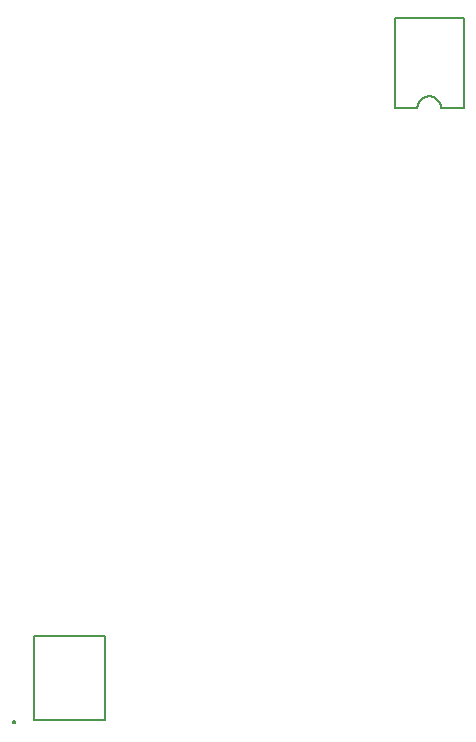
<source format=gbo>
G75*
%MOIN*%
%OFA0B0*%
%FSLAX25Y25*%
%IPPOS*%
%LPD*%
%AMOC8*
5,1,8,0,0,1.08239X$1,22.5*
%
%ADD10C,0.00600*%
%ADD11C,0.00500*%
%ADD12C,0.00787*%
D10*
X0459500Y0290833D02*
X0467000Y0290833D01*
X0467002Y0290959D01*
X0467008Y0291084D01*
X0467018Y0291209D01*
X0467032Y0291334D01*
X0467049Y0291459D01*
X0467071Y0291583D01*
X0467096Y0291706D01*
X0467126Y0291828D01*
X0467159Y0291949D01*
X0467196Y0292069D01*
X0467236Y0292188D01*
X0467281Y0292305D01*
X0467329Y0292422D01*
X0467381Y0292536D01*
X0467436Y0292649D01*
X0467495Y0292760D01*
X0467557Y0292869D01*
X0467623Y0292976D01*
X0467692Y0293081D01*
X0467764Y0293184D01*
X0467839Y0293285D01*
X0467918Y0293383D01*
X0468000Y0293478D01*
X0468084Y0293571D01*
X0468172Y0293661D01*
X0468262Y0293749D01*
X0468355Y0293833D01*
X0468450Y0293915D01*
X0468548Y0293994D01*
X0468649Y0294069D01*
X0468752Y0294141D01*
X0468857Y0294210D01*
X0468964Y0294276D01*
X0469073Y0294338D01*
X0469184Y0294397D01*
X0469297Y0294452D01*
X0469411Y0294504D01*
X0469528Y0294552D01*
X0469645Y0294597D01*
X0469764Y0294637D01*
X0469884Y0294674D01*
X0470005Y0294707D01*
X0470127Y0294737D01*
X0470250Y0294762D01*
X0470374Y0294784D01*
X0470499Y0294801D01*
X0470624Y0294815D01*
X0470749Y0294825D01*
X0470874Y0294831D01*
X0471000Y0294833D01*
X0471126Y0294831D01*
X0471251Y0294825D01*
X0471376Y0294815D01*
X0471501Y0294801D01*
X0471626Y0294784D01*
X0471750Y0294762D01*
X0471873Y0294737D01*
X0471995Y0294707D01*
X0472116Y0294674D01*
X0472236Y0294637D01*
X0472355Y0294597D01*
X0472472Y0294552D01*
X0472589Y0294504D01*
X0472703Y0294452D01*
X0472816Y0294397D01*
X0472927Y0294338D01*
X0473036Y0294276D01*
X0473143Y0294210D01*
X0473248Y0294141D01*
X0473351Y0294069D01*
X0473452Y0293994D01*
X0473550Y0293915D01*
X0473645Y0293833D01*
X0473738Y0293749D01*
X0473828Y0293661D01*
X0473916Y0293571D01*
X0474000Y0293478D01*
X0474082Y0293383D01*
X0474161Y0293285D01*
X0474236Y0293184D01*
X0474308Y0293081D01*
X0474377Y0292976D01*
X0474443Y0292869D01*
X0474505Y0292760D01*
X0474564Y0292649D01*
X0474619Y0292536D01*
X0474671Y0292422D01*
X0474719Y0292305D01*
X0474764Y0292188D01*
X0474804Y0292069D01*
X0474841Y0291949D01*
X0474874Y0291828D01*
X0474904Y0291706D01*
X0474929Y0291583D01*
X0474951Y0291459D01*
X0474968Y0291334D01*
X0474982Y0291209D01*
X0474992Y0291084D01*
X0474998Y0290959D01*
X0475000Y0290833D01*
X0482500Y0290833D01*
X0482500Y0320833D01*
X0459500Y0320833D01*
X0459500Y0290833D01*
D11*
X0362811Y0114849D02*
X0339189Y0114849D01*
X0339189Y0086818D01*
X0362811Y0086818D01*
X0362811Y0114849D01*
D12*
X0332102Y0086266D02*
X0332104Y0086305D01*
X0332110Y0086344D01*
X0332120Y0086382D01*
X0332133Y0086419D01*
X0332150Y0086454D01*
X0332170Y0086488D01*
X0332194Y0086519D01*
X0332221Y0086548D01*
X0332250Y0086574D01*
X0332282Y0086597D01*
X0332316Y0086617D01*
X0332352Y0086633D01*
X0332389Y0086645D01*
X0332428Y0086654D01*
X0332467Y0086659D01*
X0332506Y0086660D01*
X0332545Y0086657D01*
X0332584Y0086650D01*
X0332621Y0086639D01*
X0332658Y0086625D01*
X0332693Y0086607D01*
X0332726Y0086586D01*
X0332757Y0086561D01*
X0332785Y0086534D01*
X0332810Y0086504D01*
X0332832Y0086471D01*
X0332851Y0086437D01*
X0332866Y0086401D01*
X0332878Y0086363D01*
X0332886Y0086325D01*
X0332890Y0086286D01*
X0332890Y0086246D01*
X0332886Y0086207D01*
X0332878Y0086169D01*
X0332866Y0086131D01*
X0332851Y0086095D01*
X0332832Y0086061D01*
X0332810Y0086028D01*
X0332785Y0085998D01*
X0332757Y0085971D01*
X0332726Y0085946D01*
X0332693Y0085925D01*
X0332658Y0085907D01*
X0332621Y0085893D01*
X0332584Y0085882D01*
X0332545Y0085875D01*
X0332506Y0085872D01*
X0332467Y0085873D01*
X0332428Y0085878D01*
X0332389Y0085887D01*
X0332352Y0085899D01*
X0332316Y0085915D01*
X0332282Y0085935D01*
X0332250Y0085958D01*
X0332221Y0085984D01*
X0332194Y0086013D01*
X0332170Y0086044D01*
X0332150Y0086078D01*
X0332133Y0086113D01*
X0332120Y0086150D01*
X0332110Y0086188D01*
X0332104Y0086227D01*
X0332102Y0086266D01*
M02*

</source>
